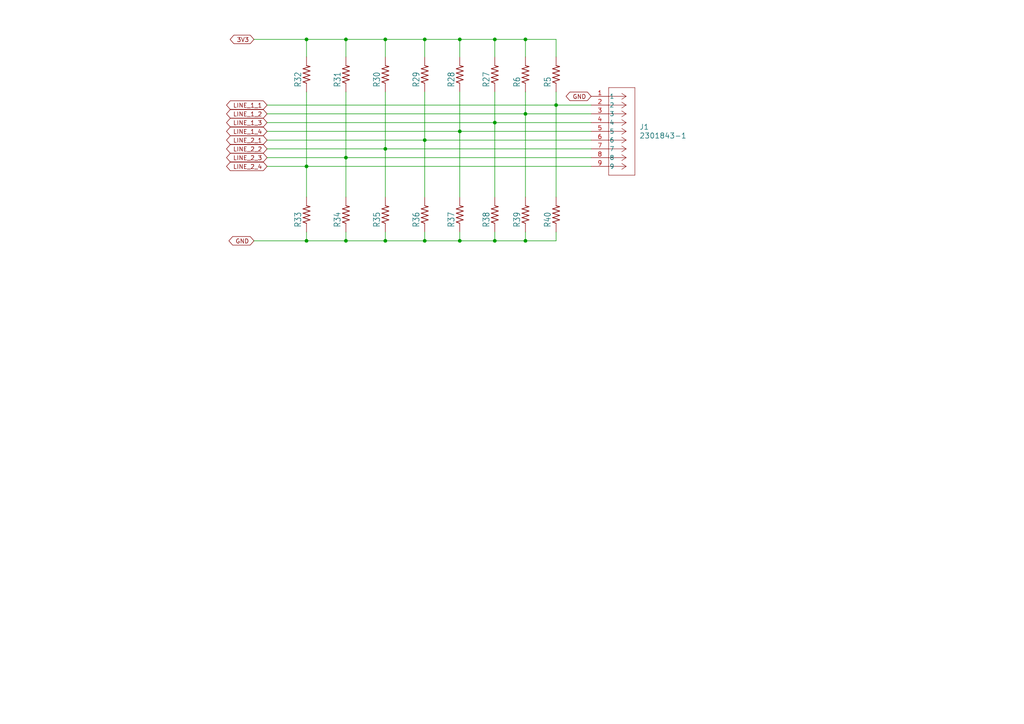
<source format=kicad_sch>
(kicad_sch (version 20231120) (generator "eeschema") (generator_version "8.0")
  (paper "A4")
  (lib_symbols
    (symbol "DB9 PTH:2301843-1" (pin_names (offset 0.254))
      (property "Reference" "J" (at 8.89 6.35 0))
      (property "Value" "2301843-1" (at 0 0 0))
      (symbol "2301843-1_1_1"
        (polyline (pts (xy 5.08 -22.86) (xy 12.7 -22.86)) (stroke (width 0.127)))
        (polyline (pts (xy 5.08 2.54) (xy 5.08 -22.86)) (stroke (width 0.127)))
        (polyline (pts (xy 10.16 -20.32) (xy 5.08 -20.32)) (stroke (width 0.127)))
        (polyline (pts (xy 10.16 -20.32) (xy 8.89 -21.1667)) (stroke (width 0.127)))
        (polyline (pts (xy 10.16 -20.32) (xy 8.89 -19.4733)) (stroke (width 0.127)))
        (polyline (pts (xy 10.16 -17.78) (xy 5.08 -17.78)) (stroke (width 0.127)))
        (polyline (pts (xy 10.16 -17.78) (xy 8.89 -18.6267)) (stroke (width 0.127)))
        (polyline (pts (xy 10.16 -17.78) (xy 8.89 -16.9333)) (stroke (width 0.127)))
        (polyline (pts (xy 10.16 -15.24) (xy 5.08 -15.24)) (stroke (width 0.127)))
        (polyline (pts (xy 10.16 -15.24) (xy 8.89 -16.0867)) (stroke (width 0.127)))
        (polyline (pts (xy 10.16 -15.24) (xy 8.89 -14.3933)) (stroke (width 0.127)))
        (polyline (pts (xy 10.16 -12.7) (xy 5.08 -12.7)) (stroke (width 0.127)))
        (polyline (pts (xy 10.16 -12.7) (xy 8.89 -13.5467)) (stroke (width 0.127)))
        (polyline (pts (xy 10.16 -12.7) (xy 8.89 -11.8533)) (stroke (width 0.127)))
        (polyline (pts (xy 10.16 -10.16) (xy 5.08 -10.16)) (stroke (width 0.127)))
        (polyline (pts (xy 10.16 -10.16) (xy 8.89 -11.0067)) (stroke (width 0.127)))
        (polyline (pts (xy 10.16 -10.16) (xy 8.89 -9.3133)) (stroke (width 0.127)))
        (polyline (pts (xy 10.16 -7.62) (xy 5.08 -7.62)) (stroke (width 0.127)))
        (polyline (pts (xy 10.16 -7.62) (xy 8.89 -8.4667)) (stroke (width 0.127)))
        (polyline (pts (xy 10.16 -7.62) (xy 8.89 -6.7733)) (stroke (width 0.127)))
        (polyline (pts (xy 10.16 -5.08) (xy 5.08 -5.08)) (stroke (width 0.127)))
        (polyline (pts (xy 10.16 -5.08) (xy 8.89 -5.9267)) (stroke (width 0.127)))
        (polyline (pts (xy 10.16 -5.08) (xy 8.89 -4.2333)) (stroke (width 0.127)))
        (polyline (pts (xy 10.16 -2.54) (xy 5.08 -2.54)) (stroke (width 0.127)))
        (polyline (pts (xy 10.16 -2.54) (xy 8.89 -3.3867)) (stroke (width 0.127)))
        (polyline (pts (xy 10.16 -2.54) (xy 8.89 -1.6933)) (stroke (width 0.127)))
        (polyline (pts (xy 10.16 0) (xy 5.08 0)) (stroke (width 0.127)))
        (polyline (pts (xy 10.16 0) (xy 8.89 -0.8467)) (stroke (width 0.127)))
        (polyline (pts (xy 10.16 0) (xy 8.89 0.8467)) (stroke (width 0.127)))
        (polyline (pts (xy 12.7 -22.86) (xy 12.7 2.54)) (stroke (width 0.127)))
        (polyline (pts (xy 12.7 2.54) (xy 5.08 2.54)) (stroke (width 0.127)))
        (pin unspecified line (at 0 0 0) (length 5.08) (name "1") (number "1"))
        (pin unspecified line (at 0 -2.54 0) (length 5.08) (name "2") (number "2"))
        (pin unspecified line (at 0 -5.08 0) (length 5.08) (name "3") (number "3"))
        (pin unspecified line (at 0 -7.62 0) (length 5.08) (name "4") (number "4"))
        (pin unspecified line (at 0 -10.16 0) (length 5.08) (name "5") (number "5"))
        (pin unspecified line (at 0 -12.7 0) (length 5.08) (name "6") (number "6"))
        (pin unspecified line (at 0 -15.24 0) (length 5.08) (name "7") (number "7"))
        (pin unspecified line (at 0 -17.78 0) (length 5.08) (name "8") (number "8"))
        (pin unspecified line (at 0 -20.32 0) (length 5.08) (name "9") (number "9"))
      )
      (symbol "2301843-1_1_2"
        (polyline (pts (xy 5.08 -22.86) (xy 12.7 -22.86)) (stroke (width 0.127)))
        (polyline (pts (xy 5.08 2.54) (xy 5.08 -22.86)) (stroke (width 0.127)))
        (polyline (pts (xy 7.62 -20.32) (xy 5.08 -20.32)) (stroke (width 0.127)))
        (polyline (pts (xy 7.62 -20.32) (xy 8.89 -21.1667)) (stroke (width 0.127)))
        (polyline (pts (xy 7.62 -20.32) (xy 8.89 -19.4733)) (stroke (width 0.127)))
        (polyline (pts (xy 7.62 -17.78) (xy 5.08 -17.78)) (stroke (width 0.127)))
        (polyline (pts (xy 7.62 -17.78) (xy 8.89 -18.6267)) (stroke (width 0.127)))
        (polyline (pts (xy 7.62 -17.78) (xy 8.89 -16.9333)) (stroke (width 0.127)))
        (polyline (pts (xy 7.62 -15.24) (xy 5.08 -15.24)) (stroke (width 0.127)))
        (polyline (pts (xy 7.62 -15.24) (xy 8.89 -16.0867)) (stroke (width 0.127)))
        (polyline (pts (xy 7.62 -15.24) (xy 8.89 -14.3933)) (stroke (width 0.127)))
        (polyline (pts (xy 7.62 -12.7) (xy 5.08 -12.7)) (stroke (width 0.127)))
        (polyline (pts (xy 7.62 -12.7) (xy 8.89 -13.5467)) (stroke (width 0.127)))
        (polyline (pts (xy 7.62 -12.7) (xy 8.89 -11.8533)) (stroke (width 0.127)))
        (polyline (pts (xy 7.62 -10.16) (xy 5.08 -10.16)) (stroke (width 0.127)))
        (polyline (pts (xy 7.62 -10.16) (xy 8.89 -11.0067)) (stroke (width 0.127)))
        (polyline (pts (xy 7.62 -10.16) (xy 8.89 -9.3133)) (stroke (width 0.127)))
        (polyline (pts (xy 7.62 -7.62) (xy 5.08 -7.62)) (stroke (width 0.127)))
        (polyline (pts (xy 7.62 -7.62) (xy 8.89 -8.4667)) (stroke (width 0.127)))
        (polyline (pts (xy 7.62 -7.62) (xy 8.89 -6.7733)) (stroke (width 0.127)))
        (polyline (pts (xy 7.62 -5.08) (xy 5.08 -5.08)) (stroke (width 0.127)))
        (polyline (pts (xy 7.62 -5.08) (xy 8.89 -5.9267)) (stroke (width 0.127)))
        (polyline (pts (xy 7.62 -5.08) (xy 8.89 -4.2333)) (stroke (width 0.127)))
        (polyline (pts (xy 7.62 -2.54) (xy 5.08 -2.54)) (stroke (width 0.127)))
        (polyline (pts (xy 7.62 -2.54) (xy 8.89 -3.3867)) (stroke (width 0.127)))
        (polyline (pts (xy 7.62 -2.54) (xy 8.89 -1.6933)) (stroke (width 0.127)))
        (polyline (pts (xy 7.62 0) (xy 5.08 0)) (stroke (width 0.127)))
        (polyline (pts (xy 7.62 0) (xy 8.89 -0.8467)) (stroke (width 0.127)))
        (polyline (pts (xy 7.62 0) (xy 8.89 0.8467)) (stroke (width 0.127)))
        (polyline (pts (xy 12.7 -22.86) (xy 12.7 2.54)) (stroke (width 0.127)))
        (polyline (pts (xy 12.7 2.54) (xy 5.08 2.54)) (stroke (width 0.127)))
        (pin unspecified line (at 0 0 0) (length 5.08) (name "1") (number "1"))
        (pin unspecified line (at 0 -2.54 0) (length 5.08) (name "2") (number "2"))
        (pin unspecified line (at 0 -5.08 0) (length 5.08) (name "3") (number "3"))
        (pin unspecified line (at 0 -7.62 0) (length 5.08) (name "4") (number "4"))
        (pin unspecified line (at 0 -10.16 0) (length 5.08) (name "5") (number "5"))
        (pin unspecified line (at 0 -12.7 0) (length 5.08) (name "6") (number "6"))
        (pin unspecified line (at 0 -15.24 0) (length 5.08) (name "7") (number "7"))
        (pin unspecified line (at 0 -17.78 0) (length 5.08) (name "8") (number "8"))
        (pin unspecified line (at 0 -20.32 0) (length 5.08) (name "9") (number "9"))
      )
    )
    (symbol "hdmi_trigger_interface-eagle-import:rcl_R-US_R0603"
      (property "Reference" "R" (at -3.81 1.4986 0))
      (symbol "rcl_R-US_R0603_1_0"
        (polyline (pts (xy -2.54 0) (xy -2.159 1.016)) (stroke (width 0.2032)))
        (polyline (pts (xy -2.159 1.016) (xy -1.524 -1.016)) (stroke (width 0.2032)))
        (polyline (pts (xy -1.524 -1.016) (xy -0.889 1.016)) (stroke (width 0.2032)))
        (polyline (pts (xy -0.889 1.016) (xy -0.254 -1.016)) (stroke (width 0.2032)))
        (polyline (pts (xy -0.254 -1.016) (xy 0.381 1.016)) (stroke (width 0.2032)))
        (polyline (pts (xy 0.381 1.016) (xy 1.016 -1.016)) (stroke (width 0.2032)))
        (polyline (pts (xy 1.016 -1.016) (xy 1.651 1.016)) (stroke (width 0.2032)))
        (polyline (pts (xy 1.651 1.016) (xy 2.286 -1.016)) (stroke (width 0.2032)))
        (polyline (pts (xy 2.286 -1.016) (xy 2.54 0)) (stroke (width 0.2032)))
        (pin passive line (at -5.08 0 0) (length 2.54) (name "1") (number "1"))
        (pin passive line (at 5.08 0 180) (length 2.54) (name "2") (number "2"))
      )
    )
  )
  (junction (at 133.35 38.1))
  (junction (at 152.4 69.85))
  (junction (at 143.51 11.43))
  (junction (at 111.76 69.85))
  (junction (at 152.4 33.02))
  (junction (at 88.9 69.85))
  (junction (at 100.33 45.72))
  (junction (at 123.19 69.85))
  (junction (at 100.33 69.85))
  (junction (at 143.51 69.85))
  (junction (at 111.76 43.18))
  (junction (at 133.35 11.43))
  (junction (at 100.33 11.43))
  (junction (at 123.19 11.43))
  (junction (at 161.29 30.48))
  (junction (at 88.9 48.26))
  (junction (at 133.35 69.85))
  (junction (at 111.76 11.43))
  (junction (at 88.9 11.43))
  (junction (at 143.51 35.56))
  (junction (at 123.19 40.64))
  (junction (at 152.4 11.43))
  (wire (pts (xy 133.35 69.85) (xy 123.19 69.85)))
  (wire (pts (xy 100.33 67.31) (xy 100.33 69.85)))
  (wire (pts (xy 161.29 30.48) (xy 171.45 30.48)))
  (wire (pts (xy 100.33 16.51) (xy 100.33 11.43)))
  (wire (pts (xy 161.29 26.67) (xy 161.29 30.48)))
  (wire (pts (xy 133.35 16.51) (xy 133.35 11.43)))
  (wire (pts (xy 111.76 43.18) (xy 171.45 43.18)))
  (wire (pts (xy 77.47 43.18) (xy 111.76 43.18)))
  (wire (pts (xy 152.4 67.31) (xy 152.4 69.85)))
  (wire (pts (xy 77.47 38.1) (xy 133.35 38.1)))
  (wire (pts (xy 143.51 26.67) (xy 143.51 35.56)))
  (wire (pts (xy 77.47 48.26) (xy 88.9 48.26)))
  (wire (pts (xy 100.33 45.72) (xy 171.45 45.72)))
  (wire (pts (xy 123.19 67.31) (xy 123.19 69.85)))
  (wire (pts (xy 123.19 26.67) (xy 123.19 40.64)))
  (wire (pts (xy 161.29 16.51) (xy 161.29 11.43)))
  (wire (pts (xy 77.47 40.64) (xy 123.19 40.64)))
  (wire (pts (xy 123.19 40.64) (xy 171.45 40.64)))
  (wire (pts (xy 123.19 16.51) (xy 123.19 11.43)))
  (wire (pts (xy 123.19 11.43) (xy 111.76 11.43)))
  (wire (pts (xy 77.47 30.48) (xy 161.29 30.48)))
  (wire (pts (xy 133.35 26.67) (xy 133.35 38.1)))
  (wire (pts (xy 143.51 67.31) (xy 143.51 69.85)))
  (wire (pts (xy 133.35 38.1) (xy 171.45 38.1)))
  (wire (pts (xy 161.29 69.85) (xy 152.4 69.85)))
  (wire (pts (xy 111.76 43.18) (xy 111.76 57.15)))
  (wire (pts (xy 143.51 35.56) (xy 143.51 57.15)))
  (wire (pts (xy 143.51 11.43) (xy 133.35 11.43)))
  (wire (pts (xy 111.76 67.31) (xy 111.76 69.85)))
  (wire (pts (xy 73.66 11.43) (xy 88.9 11.43)))
  (wire (pts (xy 161.29 30.48) (xy 161.29 57.15)))
  (wire (pts (xy 88.9 11.43) (xy 100.33 11.43)))
  (wire (pts (xy 100.33 45.72) (xy 100.33 57.15)))
  (wire (pts (xy 88.9 11.43) (xy 88.9 16.51)))
  (wire (pts (xy 77.47 45.72) (xy 100.33 45.72)))
  (wire (pts (xy 152.4 33.02) (xy 171.45 33.02)))
  (wire (pts (xy 152.4 26.67) (xy 152.4 33.02)))
  (wire (pts (xy 100.33 11.43) (xy 111.76 11.43)))
  (wire (pts (xy 111.76 69.85) (xy 100.33 69.85)))
  (wire (pts (xy 152.4 11.43) (xy 143.51 11.43)))
  (wire (pts (xy 77.47 33.02) (xy 152.4 33.02)))
  (wire (pts (xy 133.35 38.1) (xy 133.35 57.15)))
  (wire (pts (xy 88.9 26.67) (xy 88.9 48.26)))
  (wire (pts (xy 161.29 11.43) (xy 152.4 11.43)))
  (wire (pts (xy 88.9 48.26) (xy 88.9 57.15)))
  (wire (pts (xy 111.76 11.43) (xy 111.76 16.51)))
  (wire (pts (xy 123.19 69.85) (xy 111.76 69.85)))
  (wire (pts (xy 143.51 35.56) (xy 77.47 35.56)))
  (wire (pts (xy 143.51 16.51) (xy 143.51 11.43)))
  (wire (pts (xy 171.45 35.56) (xy 143.51 35.56)))
  (wire (pts (xy 111.76 26.67) (xy 111.76 43.18)))
  (wire (pts (xy 152.4 16.51) (xy 152.4 11.43)))
  (wire (pts (xy 123.19 40.64) (xy 123.19 57.15)))
  (wire (pts (xy 152.4 33.02) (xy 152.4 57.15)))
  (wire (pts (xy 73.66 69.85) (xy 88.9 69.85)))
  (wire (pts (xy 100.33 69.85) (xy 88.9 69.85)))
  (wire (pts (xy 143.51 69.85) (xy 152.4 69.85)))
  (wire (pts (xy 133.35 11.43) (xy 123.19 11.43)))
  (wire (pts (xy 133.35 67.31) (xy 133.35 69.85)))
  (wire (pts (xy 161.29 67.31) (xy 161.29 69.85)))
  (wire (pts (xy 88.9 48.26) (xy 171.45 48.26)))
  (wire (pts (xy 133.35 69.85) (xy 143.51 69.85)))
  (wire (pts (xy 88.9 69.85) (xy 88.9 67.31)))
  (wire (pts (xy 100.33 26.67) (xy 100.33 45.72)))
  (global_label "LINE_2_4" (shape bidirectional) (at 77.47 48.26 180) (effects (font (size 1.2446 1.2446))) (property "Intersheetrefs" "${INTERSHEET_REFS}" (effects (hide yes))))
  (global_label "LINE_2_2" (shape bidirectional) (at 77.47 43.18 180) (effects (font (size 1.2446 1.2446))) (property "Intersheetrefs" "${INTERSHEET_REFS}" (effects (hide yes))))
  (global_label "LINE_1_1" (shape bidirectional) (at 77.47 30.48 180) (effects (font (size 1.2446 1.2446))) (property "Intersheetrefs" "${INTERSHEET_REFS}" (effects (hide yes))))
  (global_label "LINE_1_4" (shape bidirectional) (at 77.47 38.1 180) (effects (font (size 1.2446 1.2446))) (property "Intersheetrefs" "${INTERSHEET_REFS}" (effects (hide yes))))
  (global_label "GND" (shape bidirectional) (at 73.66 69.85 180) (effects (font (size 1.2446 1.2446))) (property "Intersheetrefs" "${INTERSHEET_REFS}" (effects (hide yes))))
  (global_label "LINE_1_3" (shape bidirectional) (at 77.47 35.56 180) (effects (font (size 1.2446 1.2446))) (property "Intersheetrefs" "${INTERSHEET_REFS}" (effects (hide yes))))
  (global_label "GND" (shape bidirectional) (at 171.45 27.94 180) (effects (font (size 1.2446 1.2446))) (property "Intersheetrefs" "${INTERSHEET_REFS}" (effects (hide yes))))
  (global_label "3V3" (shape bidirectional) (at 73.66 11.43 180) (effects (font (size 1.2446 1.2446))) (property "Intersheetrefs" "${INTERSHEET_REFS}" (effects (hide yes))))
  (global_label "LINE_2_3" (shape bidirectional) (at 77.47 45.72 180) (effects (font (size 1.2446 1.2446))) (property "Intersheetrefs" "${INTERSHEET_REFS}" (effects (hide yes))))
  (global_label "LINE_2_1" (shape bidirectional) (at 77.47 40.64 180) (effects (font (size 1.2446 1.2446))) (property "Intersheetrefs" "${INTERSHEET_REFS}" (effects (hide yes))))
  (global_label "LINE_1_2" (shape bidirectional) (at 77.47 33.02 180) (effects (font (size 1.2446 1.2446))) (property "Intersheetrefs" "${INTERSHEET_REFS}" (effects (hide yes))))
  (symbol (lib_id "hdmi_trigger_interface-eagle-import:rcl_R-US_R0603") (at 123.19 62.23 90) (unit 1)
    (property "Reference" "R36" (at 121.6914 66.04 0) (effects (font (size 1.778 1.5113)) (justify left bottom)))
    (property "Value" "R-US_R0603" (effects (hide yes)))
    (property "Footprint" "Resistor_THT:R_Axial_DIN0207_L6.3mm_D2.5mm_P10.16mm_Horizontal" (effects (hide yes)))
  )
  (symbol (lib_id "hdmi_trigger_interface-eagle-import:rcl_R-US_R0603") (at 88.9 62.23 90) (unit 1)
    (property "Reference" "R33" (at 87.4014 66.04 0) (effects (font (size 1.778 1.5113)) (justify left bottom)))
    (property "Value" "R-US_R0603" (effects (hide yes)))
    (property "Footprint" "Resistor_THT:R_Axial_DIN0207_L6.3mm_D2.5mm_P10.16mm_Horizontal" (effects (hide yes)))
  )
  (symbol (lib_id "hdmi_trigger_interface-eagle-import:rcl_R-US_R0603") (at 123.19 21.59 90) (unit 1)
    (property "Reference" "R29" (at 121.6914 25.4 0) (effects (font (size 1.778 1.5113)) (justify left bottom)))
    (property "Value" "R-US_R0603" (effects (hide yes)))
    (property "Footprint" "Resistor_THT:R_Axial_DIN0207_L6.3mm_D2.5mm_P10.16mm_Horizontal" (effects (hide yes)))
  )
  (symbol (lib_id "hdmi_trigger_interface-eagle-import:rcl_R-US_R0603") (at 111.76 21.59 90) (unit 1)
    (property "Reference" "R30" (at 110.2614 25.4 0) (effects (font (size 1.778 1.5113)) (justify left bottom)))
    (property "Value" "R-US_R0603" (effects (hide yes)))
    (property "Footprint" "Resistor_THT:R_Axial_DIN0207_L6.3mm_D2.5mm_P10.16mm_Horizontal" (effects (hide yes)))
  )
  (symbol (lib_id "hdmi_trigger_interface-eagle-import:rcl_R-US_R0603") (at 152.4 62.23 90) (unit 1)
    (property "Reference" "R39" (at 150.9014 66.04 0) (effects (font (size 1.778 1.5113)) (justify left bottom)))
    (property "Value" "R-US_R0603" (effects (hide yes)))
    (property "Footprint" "Resistor_THT:R_Axial_DIN0207_L6.3mm_D2.5mm_P10.16mm_Horizontal" (effects (hide yes)))
  )
  (symbol (lib_id "hdmi_trigger_interface-eagle-import:rcl_R-US_R0603") (at 100.33 21.59 90) (unit 1)
    (property "Reference" "R31" (at 98.8314 25.4 0) (effects (font (size 1.778 1.5113)) (justify left bottom)))
    (property "Value" "R-US_R0603" (effects (hide yes)))
    (property "Footprint" "Resistor_THT:R_Axial_DIN0207_L6.3mm_D2.5mm_P10.16mm_Horizontal" (effects (hide yes)))
  )
  (symbol (lib_id "hdmi_trigger_interface-eagle-import:rcl_R-US_R0603") (at 143.51 62.23 90) (unit 1)
    (property "Reference" "R38" (at 142.0114 66.04 0) (effects (font (size 1.778 1.5113)) (justify left bottom)))
    (property "Value" "R-US_R0603" (effects (hide yes)))
    (property "Footprint" "Resistor_THT:R_Axial_DIN0207_L6.3mm_D2.5mm_P10.16mm_Horizontal" (effects (hide yes)))
  )
  (symbol (lib_id "hdmi_trigger_interface-eagle-import:rcl_R-US_R0603") (at 152.4 21.59 90) (unit 1)
    (property "Reference" "R6" (at 150.9014 25.4 0) (effects (font (size 1.778 1.5113)) (justify left bottom)))
    (property "Value" "R-US_R0603" (effects (hide yes)))
    (property "Footprint" "Resistor_THT:R_Axial_DIN0207_L6.3mm_D2.5mm_P10.16mm_Horizontal" (effects (hide yes)))
  )
  (symbol (lib_id "hdmi_trigger_interface-eagle-import:rcl_R-US_R0603") (at 143.51 21.59 90) (unit 1)
    (property "Reference" "R27" (at 142.0114 25.4 0) (effects (font (size 1.778 1.5113)) (justify left bottom)))
    (property "Value" "R-US_R0603" (effects (hide yes)))
    (property "Footprint" "Resistor_THT:R_Axial_DIN0207_L6.3mm_D2.5mm_P10.16mm_Horizontal" (effects (hide yes)))
  )
  (symbol (lib_id "hdmi_trigger_interface-eagle-import:rcl_R-US_R0603") (at 161.29 21.59 90) (unit 1)
    (property "Reference" "R5" (at 159.7914 25.4 0) (effects (font (size 1.778 1.5113)) (justify left bottom)))
    (property "Value" "R-US_R0603" (effects (hide yes)))
    (property "Footprint" "Resistor_THT:R_Axial_DIN0207_L6.3mm_D2.5mm_P10.16mm_Horizontal" (effects (hide yes)))
  )
  (symbol (lib_id "hdmi_trigger_interface-eagle-import:rcl_R-US_R0603") (at 161.29 62.23 90) (unit 1)
    (property "Reference" "R40" (at 159.7914 66.04 0) (effects (font (size 1.778 1.5113)) (justify left bottom)))
    (property "Value" "R-US_R0603" (effects (hide yes)))
    (property "Footprint" "Resistor_THT:R_Axial_DIN0207_L6.3mm_D2.5mm_P10.16mm_Horizontal" (effects (hide yes)))
  )
  (symbol (lib_id "hdmi_trigger_interface-eagle-import:rcl_R-US_R0603") (at 88.9 21.59 90) (unit 1)
    (property "Reference" "R32" (at 87.4014 25.4 0) (effects (font (size 1.778 1.5113)) (justify left bottom)))
    (property "Value" "R-US_R0603" (effects (hide yes)))
    (property "Footprint" "Resistor_THT:R_Axial_DIN0207_L6.3mm_D2.5mm_P10.16mm_Horizontal" (effects (hide yes)))
  )
  (symbol (lib_id "hdmi_trigger_interface-eagle-import:rcl_R-US_R0603") (at 100.33 62.23 90) (unit 1)
    (property "Reference" "R34" (at 98.8314 66.04 0) (effects (font (size 1.778 1.5113)) (justify left bottom)))
    (property "Value" "R-US_R0603" (effects (hide yes)))
    (property "Footprint" "Resistor_THT:R_Axial_DIN0207_L6.3mm_D2.5mm_P10.16mm_Horizontal" (effects (hide yes)))
  )
  (symbol (lib_id "hdmi_trigger_interface-eagle-import:rcl_R-US_R0603") (at 133.35 21.59 90) (unit 1)
    (property "Reference" "R28" (at 131.8514 25.4 0) (effects (font (size 1.778 1.5113)) (justify left bottom)))
    (property "Value" "R-US_R0603" (effects (hide yes)))
    (property "Footprint" "Resistor_THT:R_Axial_DIN0207_L6.3mm_D2.5mm_P10.16mm_Horizontal" (effects (hide yes)))
  )
  (symbol (lib_id "DB9 PTH:2301843-1") (at 171.45 27.94 0) (unit 1)
    (property "Reference" "J1" (at 185.42 36.8299 0) (effects (font (size 1.524 1.524)) (justify left)))
    (property "Value" "2301843-1" (at 185.42 39.3699 0) (effects (font (size 1.524 1.524)) (justify left)))
    (property "Footprint" "CONN9X1_2286550-1_TEC" (effects (hide yes)))
    (property "Datasheet" "2301843-1" (effects (hide yes)))
  )
  (symbol (lib_id "hdmi_trigger_interface-eagle-import:rcl_R-US_R0603") (at 111.76 62.23 90) (unit 1)
    (property "Reference" "R35" (at 110.2614 66.04 0) (effects (font (size 1.778 1.5113)) (justify left bottom)))
    (property "Value" "R-US_R0603" (effects (hide yes)))
    (property "Footprint" "Resistor_THT:R_Axial_DIN0207_L6.3mm_D2.5mm_P10.16mm_Horizontal" (effects (hide yes)))
  )
  (symbol (lib_id "hdmi_trigger_interface-eagle-import:rcl_R-US_R0603") (at 133.35 62.23 90) (unit 1)
    (property "Reference" "R37" (at 131.8514 66.04 0) (effects (font (size 1.778 1.5113)) (justify left bottom)))
    (property "Value" "R-US_R0603" (effects (hide yes)))
    (property "Footprint" "Resistor_THT:R_Axial_DIN0207_L6.3mm_D2.5mm_P10.16mm_Horizontal" (effects (hide yes)))
  )
)
</source>
